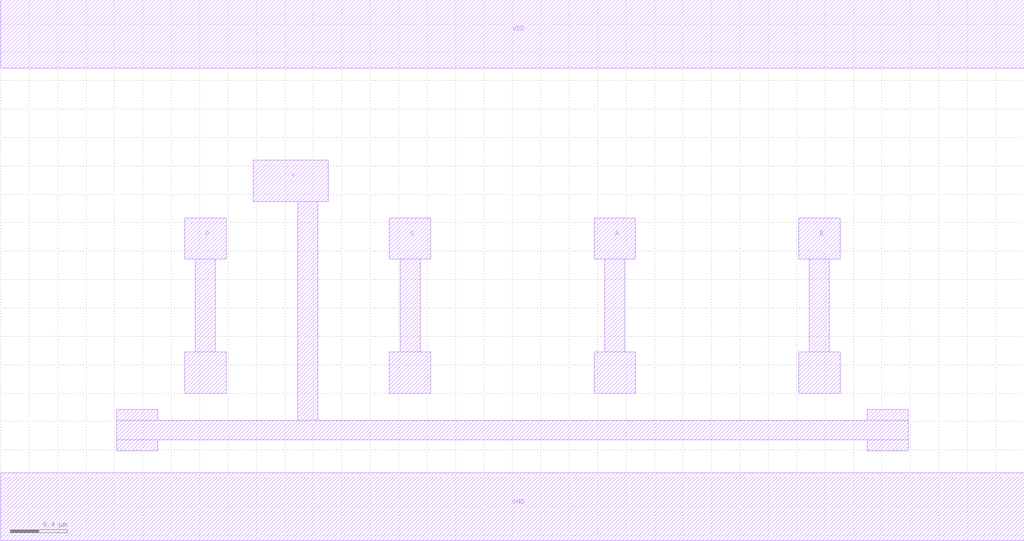
<source format=lef>
MACRO AOI22X1
 CLASS CORE ;
 FOREIGN AOI22X1 0 0 ;
 ORIGIN 0 0 ;
 SYMMETRY X Y R90 ;
 SITE CORE ;
  PIN VDD
   DIRECTION INOUT ;
   USE SIGNAL ;
   SHAPE ABUTMENT ;
    PORT
     CLASS CORE ;
       LAYER metal2 ;
        RECT 0.00000000 3.09000000 7.20000000 3.57000000 ;
    END
  END VDD

  PIN GND
   DIRECTION INOUT ;
   USE SIGNAL ;
   SHAPE ABUTMENT ;
    PORT
     CLASS CORE ;
       LAYER metal2 ;
        RECT 0.00000000 -0.24000000 7.20000000 0.24000000 ;
    END
  END GND

  PIN Y
   DIRECTION INOUT ;
   USE SIGNAL ;
   SHAPE ABUTMENT ;
    PORT
     CLASS CORE ;
       LAYER metal2 ;
        RECT 0.81500000 0.39500000 1.10500000 0.47000000 ;
        RECT 6.09500000 0.39500000 6.38500000 0.47000000 ;
        RECT 0.81500000 0.47000000 6.38500000 0.61000000 ;
        RECT 0.81500000 0.61000000 1.10500000 0.68500000 ;
        RECT 6.09500000 0.61000000 6.38500000 0.68500000 ;
        RECT 2.09000000 0.61000000 2.23000000 2.15000000 ;
        RECT 1.77500000 2.15000000 2.30500000 2.44000000 ;
    END
  END Y

  PIN B
   DIRECTION INOUT ;
   USE SIGNAL ;
   SHAPE ABUTMENT ;
    PORT
     CLASS CORE ;
       LAYER metal2 ;
        RECT 5.61500000 0.80000000 5.90500000 1.09000000 ;
        RECT 5.69000000 1.09000000 5.83000000 1.74500000 ;
        RECT 5.61500000 1.74500000 5.90500000 2.03500000 ;
    END
  END B

  PIN C
   DIRECTION INOUT ;
   USE SIGNAL ;
   SHAPE ABUTMENT ;
    PORT
     CLASS CORE ;
       LAYER metal2 ;
        RECT 2.73500000 0.80000000 3.02500000 1.09000000 ;
        RECT 2.81000000 1.09000000 2.95000000 1.74500000 ;
        RECT 2.73500000 1.74500000 3.02500000 2.03500000 ;
    END
  END C

  PIN A
   DIRECTION INOUT ;
   USE SIGNAL ;
   SHAPE ABUTMENT ;
    PORT
     CLASS CORE ;
       LAYER metal2 ;
        RECT 4.17500000 0.80000000 4.46500000 1.09000000 ;
        RECT 4.25000000 1.09000000 4.39000000 1.74500000 ;
        RECT 4.17500000 1.74500000 4.46500000 2.03500000 ;
    END
  END A

  PIN D
   DIRECTION INOUT ;
   USE SIGNAL ;
   SHAPE ABUTMENT ;
    PORT
     CLASS CORE ;
       LAYER metal2 ;
        RECT 1.29500000 0.80000000 1.58500000 1.09000000 ;
        RECT 1.37000000 1.09000000 1.51000000 1.74500000 ;
        RECT 1.29500000 1.74500000 1.58500000 2.03500000 ;
    END
  END D


END AOI22X1

</source>
